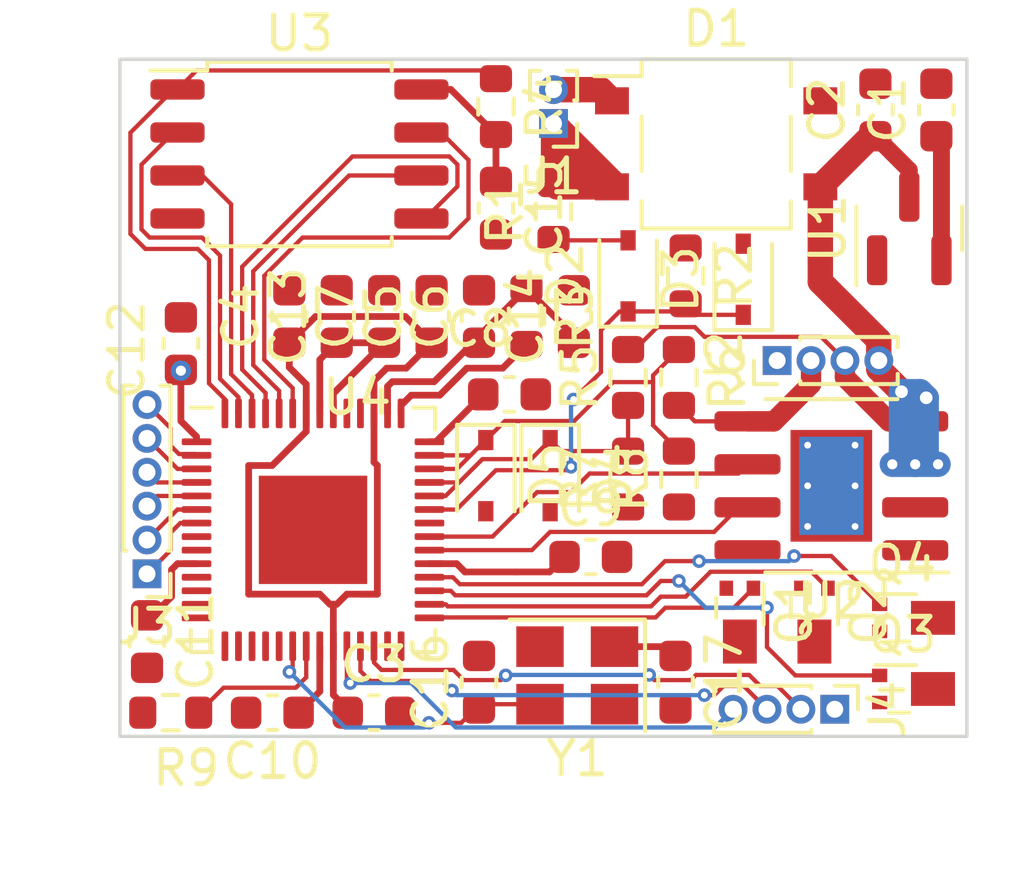
<source format=kicad_pcb>
(kicad_pcb (version 20211014) (generator pcbnew)
  (layers (0 "F.Cu" signal) (31 "B.Cu" signal) (34 "B.Paste" user) (35 "F.Paste" user) (36 "B.SilkS" user "B.Silkscreen") (37 "F.SilkS" user "F.Silkscreen") (38 "B.Mask" user) (39 "F.Mask" user) (44 "Edge.Cuts" user))
  (net 0 "")
  (net 1 "+3V3")
  (net 2 "+12V")
  (net 3 "+1V1")
  (net 4 "GND")
  (net 5 "Net-(C16-Pad1)")
  (net 6 "Net-(C17-Pad1)")
  (net 7 "Net-(D1-Pad1)")
  (net 8 "Net-(D1-Pad2)")
  (net 9 "/GPIO24")
  (net 10 "Net-(D2-Pad2)")
  (net 11 "/ADC_EMF_A")
  (net 12 "/ADC_EMF_B")
  (net 13 "Net-(C14-Pad1)")
  (net 14 "/GPIO18")
  (net 15 "Net-(R4-Pad1)")
  (net 16 "/MOTOR_OUT_B")
  (net 17 "/MOTOR_OUT_A")
  (net 18 "Net-(R9-Pad1)")
  (net 19 "/GPIO22")
  (net 20 "/GPIO23")
  (net 22 "Net-(U3-Pad2)")
  (net 23 "Net-(U3-Pad3)")
  (net 24 "Net-(U3-Pad5)")
  (net 25 "Net-(U3-Pad6)")
  (net 26 "Net-(U3-Pad7)")
  (net 33 "Net-(J4-Pad2)")
  (net 37 "/GPIO19")
  (net 38 "/GPIO20")
  (net 39 "/GPIO21")
  (net 40 "Net-(J4-Pad3)")
  (net 50 "Net-(J3-Pad1)")
  (net 51 "Net-(J3-Pad2)")
  (net 52 "Net-(J3-Pad3)")
  (net 53 "Net-(J3-Pad4)")
  (net 54 "Net-(J3-Pad5)")
  (net 55 "Net-(J3-Pad6)")
  (net 56 "Net-(J4-Pad4)")
  (footprint "Connector_PinHeader_1.00mm:PinHeader_1x04_P1.00mm_Vertical" (layer "F.Cu") (at 158.6 109.2 -90)
    (fp_text reference "J4")
    (fp_text value "DEBUG_CONN")
  )
  (footprint "Crystal:Crystal_SMD_3225-4Pin_3.2x2.5mm" (layer "F.Cu") (at 151 108.2 180)
    (fp_text reference "Y1")
    (fp_text value "X322512MSB4SI")
  )
  (footprint "Resistor_SMD:R_0603_1608Metric" (layer "F.Cu") (at 152.5 102.4 90)
    (fp_text reference "R7")
    (fp_text value "10k")
  )
  (footprint "Package_SO:SOIC-8_5.23x5.23mm_P1.27mm" (layer "F.Cu") (at 142.8 92.8)
    (fp_text reference "U3")
    (fp_text value "W25Q64JVSSIQ")
  )
  (footprint "Capacitor_SMD:C_0603_1608Metric" (layer "F.Cu") (at 153.9 108.4 -90)
    (fp_text reference "C17")
    (fp_text value "33p")
  )
  (footprint "Resistor_SMD:R_0603_1608Metric" (layer "F.Cu") (at 154 102.4 90)
    (fp_text reference "R8")
    (fp_text value "10k")
  )
  (footprint "Capacitor_SMD:C_0603_1608Metric" (layer "F.Cu") (at 139.3 98.4 90)
    (fp_text reference "C12")
    (fp_text value "100n")
  )
  (footprint "Resistor_SMD:R_0603_1608Metric" (layer "F.Cu") (at 150.3 94.5 90)
    (fp_text reference "R1")
    (fp_text value "10k")
  )
  (footprint "Diode_SMD:D_SOD-323" (layer "F.Cu") (at 155.9 96.5 90)
    (fp_text reference "D3")
    (fp_text value "BZT52C3V3S")
  )
  (footprint "Capacitor_SMD:C_0603_1608Metric" (layer "F.Cu") (at 148.6 94.4 -90)
    (fp_text reference "C15")
    (fp_text value "100n")
  )
  (footprint "Capacitor_SMD:C_0603_1608Metric" (layer "F.Cu") (at 138.3 107.2 -90)
    (fp_text reference "C11")
    (fp_text value "100n")
  )
  (footprint "Diode_SMD:D_SOD-323" (layer "F.Cu") (at 148.3 102.3 -90)
    (fp_text reference "D5")
    (fp_text value "BZT52C3V3S")
  )
  (footprint "Capacitor_SMD:C_0603_1608Metric" (layer "F.Cu") (at 145 109.3)
    (fp_text reference "C3")
    (fp_text value "100n")
  )
  (footprint "Capacitor_SMD:C_0603_1608Metric" (layer "F.Cu") (at 149 99.9)
    (fp_text reference "C8")
    (fp_text value "100n")
  )
  (footprint "RP2040-Decoder_Additional_Footprints:SOT-723-Extended_Pad" (layer "F.Cu") (at 160.5 108.6)
    (fp_text reference "Q3")
    (fp_text value "WNM2030")
  )
  (footprint "Diode_SMD:D_SOD-323" (layer "F.Cu") (at 150.2 102.3 -90)
    (fp_text reference "D4")
    (fp_text value "BZT52C3V3S")
  )
  (footprint "Package_TO_SOT_SMD:SOT-23" (layer "F.Cu") (at 160.8 95 90)
    (fp_text reference "U1")
    (fp_text value "PJ75AL33SA")
  )
  (footprint "Resistor_SMD:R_0603_1608Metric" (layer "F.Cu") (at 154 99.4 -90)
    (fp_text reference "R6")
    (fp_text value "10k")
  )
  (footprint "Package_TO_SOT_SMD:TO-269AA" (layer "F.Cu") (at 155.1 92.5)
    (fp_text reference "D1")
    (fp_text value "KMB24F")
  )
  (footprint "Capacitor_SMD:C_0603_1608Metric" (layer "F.Cu") (at 143.9 97.6 90)
    (fp_text reference "C13")
    (fp_text value "100n")
  )
  (footprint "Capacitor_SMD:C_0603_1608Metric" (layer "F.Cu") (at 142 109.3 180)
    (fp_text reference "C10")
    (fp_text value "100n")
  )
  (footprint "Capacitor_SMD:C_0603_1608Metric" (layer "F.Cu") (at 148.1 108.4 90)
    (fp_text reference "C16")
    (fp_text value "33p")
  )
  (footprint "Connector_PinHeader_1.00mm:PinHeader_1x02_P1.00mm_Vertical" (layer "F.Cu") (at 150.3 91.9 180)
    (fp_text reference "J1")
    (fp_text value "DCC_IN")
  )
  (footprint "Connector_PinHeader_1.00mm:PinHeader_1x04_P1.00mm_Vertical" (layer "F.Cu") (at 156.9 98.9 90)
    (fp_text reference "J2")
    (fp_text value "MOTOR_CONN")
  )
  (footprint "Diode_SMD:D_SOD-323" (layer "F.Cu") (at 152.5 96.4 90)
    (fp_text reference "D2")
    (fp_text value "1N4148WS")
  )
  (footprint "Resistor_SMD:R_0603_1608Metric" (layer "F.Cu") (at 154.2 96.4 -90)
    (fp_text reference "R2")
    (fp_text value "47k")
  )
  (footprint "Capacitor_SMD:C_0603_1608Metric" (layer "F.Cu") (at 146.7 97.6 90)
    (fp_text reference "C5")
    (fp_text value "2u2")
  )
  (footprint "RP2040-Decoder_Additional_Footprints:SOT-723-Extended_Pad" (layer "F.Cu") (at 158 106.2 -90)
    (fp_text reference "Q2")
    (fp_text value "WNM2030")
  )
  (footprint "Capacitor_SMD:C_0603_1608Metric" (layer "F.Cu") (at 151.4 104.7)
    (fp_text reference "C9")
    (fp_text value "100n")
  )
  (footprint "Resistor_SMD:R_0603_1608Metric" (layer "F.Cu") (at 152.5 99.4 90)
    (fp_text reference "R5")
    (fp_text value "10k")
  )
  (footprint "RP2040-Decoder_Additional_Footprints:SOT-723-Extended_Pad" (layer "F.Cu") (at 160.5 106.5)
    (fp_text reference "Q4")
    (fp_text value "WNM2030")
  )
  (footprint "Resistor_SMD:R_0603_1608Metric" (layer "F.Cu") (at 148.6 91.4 -90)
    (fp_text reference "R4")
    (fp_text value "DNF")
  )
  (footprint "Capacitor_SMD:C_0603_1608Metric" (layer "F.Cu") (at 142.5 97.6 90)
    (fp_text reference "C4")
    (fp_text value "100n")
  )
  (footprint "Capacitor_SMD:C_0603_1608Metric" (layer "F.Cu") (at 159.8 91.5 90)
    (fp_text reference "C2")
    (fp_text value "10u")
  )
  (footprint "RP2040-Decoder_Additional_Footprints:SOT-723-Extended_Pad" (layer "F.Cu") (at 155.8 106.2 -90)
    (fp_text reference "Q1")
    (fp_text value "WNM2030")
  )
  (footprint "Capacitor_SMD:C_0603_1608Metric" (layer "F.Cu") (at 150.9 97.6 90)
    (fp_text reference "C14")
    (fp_text value "2u2")
  )
  (footprint "Capacitor_SMD:C_0603_1608Metric" (layer "F.Cu") (at 161.6 91.5 90)
    (fp_text reference "C1")
    (fp_text value "10u")
  )
  (footprint "Resistor_SMD:R_0603_1608Metric" (layer "F.Cu") (at 139 109.3 180)
    (fp_text reference "R9")
    (fp_text value "1k")
  )
  (footprint "Capacitor_SMD:C_0603_1608Metric" (layer "F.Cu") (at 145.3 97.6 90)
    (fp_text reference "C7")
    (fp_text value "100n")
  )
  (footprint "Resistor_SMD:R_0603_1608Metric" (layer "F.Cu") (at 149.5 97.6 -90)
    (fp_text reference "R3")
    (fp_text value "200")
  )
  (footprint "Package_SO:SOIC-8-1EP_3.9x4.9mm_P1.27mm_EP2.41x3.3mm_ThermalVias" (layer "F.Cu") (at 158.5 102.6 180)
    (fp_text reference "U2")
    (fp_text value "BDR6133")
  )
  (footprint "RP2040-Decoder_Additional_Footprints:QFN-56-1EP_7x7mm_P0.4mm_EP3.2x3.2mm" (layer "F.Cu") (at 143.2 103.9)
    (fp_text reference "U4")
    (fp_text value "RP2040")
  )
  (footprint "Capacitor_SMD:C_0603_1608Metric" (layer "F.Cu") (at 148.1 97.6 90)
    (fp_text reference "C6")
    (fp_text value "2u2")
  )
  (footprint "Connector_PinHeader_1.00mm:PinHeader_1x06_P1.00mm_Vertical" (layer "F.Cu") (at 138.3 105.2 180)
    (fp_text reference "J3")
    (fp_text value "GPIO_CONN")
  )
  (gr_rect (start 137.5 90) (end 162.5 110) (layer "Edge.Cuts") (width 0.1) (fill none))
  (segment (start 148.1 98.375) (end 148.1 98.175) (width 0.2) (layer "F.Cu") (net 1))
  (segment (start 147.27 90.895) (end 146.4 90.895) (width 0.2) (layer "F.Cu") (net 1))
  (segment (start 147.620604 105.079395) (end 147.441209 104.9) (width 0.2) (layer "F.Cu") (net 1))
  (segment (start 149.2 105.144409) (end 147.685618 105.144409) (width 0.2) (layer "F.Cu") (net 1))
  (segment (start 143.4 107.3375) (end 143.4 108.675) (width 0.2) (layer "F.Cu") (net 1))
  (segment (start 143.8875 98.3875) (end 143.4 98.875) (width 0.2) (layer "F.Cu") (net 1))
  (segment (start 150.625 104.7) (end 150.180591 105.144409) (width 0.2) (layer "F.Cu") (net 1))
  (segment (start 150.9 98.175) (end 149.5 96.775) (width 0.2) (layer "F.Cu") (net 1))
  (segment (start 139.02548 105.07452) (end 139.2 104.9) (width 0.2) (layer "F.Cu") (net 1))
  (segment (start 146.77596 99.52404) (end 147.925 98.375) (width 0.2) (layer "F.Cu") (net 1))
  (segment (start 139.2 104.9) (end 139.7625 104.9) (width 0.2) (layer "F.Cu") (net 1))
  (segment (start 145.4 99.665006) (end 145.540966 99.52404) (width 0.2) (layer "F.Cu") (net 1))
  (segment (start 148.1 98.175) (end 149.5 96.775) (width 0.2) (layer "F.Cu") (net 1))
  (segment (start 161.75 92.425) (end 161.6 92.275) (width 0.5) (layer "F.Cu") (net 1))
  (segment (start 139.3 99.2) (end 139.3 99.175) (width 0.2) (layer "F.Cu") (net 1))
  (segment (start 139.3 100.686612) (end 139.7625 101.149112) (width 0.2) (layer "F.Cu") (net 1))
  (segment (start 147.925 98.375) (end 148.1 98.375) (width 0.2) (layer "F.Cu") (net 1))
  (segment (start 148.6 93.625) (end 148.6 92.225) (width 0.2) (layer "F.Cu") (net 1))
  (segment (start 145.3 98.375) (end 143.9 98.375) (width 0.2) (layer "F.Cu") (net 1))
  (segment (start 139.3 99.2) (end 139.3 100.686612) (width 0.2) (layer "F.Cu") (net 1))
  (segment (start 143.4 108.675) (end 142.775 109.3) (width 0.2) (layer "F.Cu") (net 1))
  (segment (start 145.4 100.4625) (end 145.4 99.665006) (width 0.2) (layer "F.Cu") (net 1))
  (segment (start 146.825 101.3) (end 148.125 100) (width 0.2) (layer "F.Cu") (net 1))
  (segment (start 143.9 98.375) (end 143.8875 98.3875) (width 0.2) (layer "F.Cu") (net 1))
  (segment (start 147.441209 104.9) (end 146.6375 104.9) (width 0.2) (layer "F.Cu") (net 1))
  (segment (start 143.8 99.875) (end 143.8 100.4625) (width 0.2) (layer "F.Cu") (net 1))
  (segment (start 150.180591 105.144409) (end 149.2 105.144409) (width 0.2) (layer "F.Cu") (net 1))
  (segment (start 150.9 98.375) (end 150.9 98.175) (width 0.2) (layer "F.Cu") (net 1))
  (segment (start 148.6 92.225) (end 147.27 90.895) (width 0.2) (layer "F.Cu") (net 1))
  (segment (start 138.3 106.325) (end 138.575 106.325) (width 0.2) (layer "F.Cu") (net 1))
  (segment (start 145.3 98.375) (end 143.8 99.875) (width 0.2) (layer "F.Cu") (net 1))
  (segment (start 147.685618 105.144409) (end 147.620604 105.079395) (width 0.2) (layer "F.Cu") (net 1))
  (segment (start 138.575 106.325) (end 139.02548 105.87452) (width 0.2) (layer "F.Cu") (net 1))
  (segment (start 145.540966 99.52404) (end 146.77596 99.52404) (width 0.2) (layer "F.Cu") (net 1))
  (segment (start 139.7625 101.149112) (end 139.7625 101.3) (width 0.2) (layer "F.Cu") (net 1))
  (segment (start 161.75 95.9375) (end 161.75 92.425) (width 0.5) (layer "F.Cu") (net 1))
  (segment (start 139.02548 105.87452) (end 139.02548 105.07452) (width 0.2) (layer "F.Cu") (net 1))
  (segment (start 146.6375 101.3) (end 146.825 101.3) (width 0.2) (layer "F.Cu") (net 1))
  (segment (start 143.4 98.875) (end 143.4 100.4625) (width 0.2) (layer "F.Cu") (net 1))
  (via (at 139.3 99.2) (size 0.6) (drill 0.3) (layers "F.Cu" "B.Cu") (net 1))
  (segment (start 160.8 93.275) (end 159.8 92.275) (width 0.5) (layer "F.Cu") (net 2))
  (segment (start 159.67 92.275) (end 158.175 93.77) (width 0.75) (layer "F.Cu") (net 2))
  (segment (start 159.9 98.9) (end 159.9 98.29896) (width 0.75) (layer "F.Cu") (net 2))
  (segment (start 158.175 96.57396) (end 158.175 93.77) (width 0.75) (layer "F.Cu") (net 2))
  (segment (start 159.9 98.29896) (end 158.175 96.57396) (width 0.75) (layer "F.Cu") (net 2))
  (segment (start 160.8 94.0625) (end 160.8 93.275) (width 0.5) (layer "F.Cu") (net 2))
  (segment (start 159.9 99.149865) (end 160.570635 99.8205) (width 0.75) (layer "F.Cu") (net 2))
  (segment (start 159.8 92.275) (end 159.67 92.275) (width 0.75) (layer "F.Cu") (net 2))
  (segment (start 159.9 98.9) (end 159.9 99.149865) (width 0.75) (layer "F.Cu") (net 2))
  (via (at 160.570635 99.8205) (size 0.75) (drill 0.375) (layers "F.Cu" "B.Cu") (net 2))
  (via (at 161.65 101.965) (size 0.6) (drill 0.3) (layers "F.Cu" "B.Cu") (net 2))
  (via (at 160.3 101.965) (size 0.6) (drill 0.3) (layers "F.Cu" "B.Cu") (net 2))
  (via (at 160.975 101.965) (size 0.6) (drill 0.3) (layers "F.Cu" "B.Cu") (net 2))
  (via (at 161.3 100) (size 0.75) (drill 0.375) (layers "F.Cu" "B.Cu") (net 2))
  (segment (start 160.975 101.965) (end 160.3 101.965) (width 0.75) (layer "B.Cu") (net 2))
  (segment (start 161.1205 99.8205) (end 161.3 100) (width 0.75) (layer "B.Cu") (net 2))
  (segment (start 160.570635 99.8205) (end 160.570635 101.560635) (width 0.75) (layer "B.Cu") (net 2))
  (segment (start 160.570635 99.8205) (end 161.1205 99.8205) (width 0.75) (layer "B.Cu") (net 2))
  (segment (start 160.975 101.965) (end 161.65 101.965) (width 0.75) (layer "B.Cu") (net 2))
  (segment (start 161.3 101.64) (end 160.975 101.965) (width 0.75) (layer "B.Cu") (net 2))
  (segment (start 160.570635 101.560635) (end 160.975 101.965) (width 0.75) (layer "B.Cu") (net 2))
  (segment (start 161.3 100) (end 161.3 101.64) (width 0.75) (layer "B.Cu") (net 2))
  (segment (start 143.8 106.099511) (end 143.8 107.3375) (width 0.2) (layer "F.Cu") (net 3))
  (segment (start 142.5 98.375) (end 142.5 99.101776) (width 0.2) (layer "F.Cu") (net 3))
  (segment (start 143.699511 106.099511) (end 143.8 106.099511) (width 0.2) (layer "F.Cu") (net 3))
  (segment (start 143 100.4625) (end 143 100.994295) (width 0.2) (layer "F.Cu") (net 3))
  (segment (start 145.099511 105.799511) (end 144.200244 105.799511) (width 0.2) (layer "F.Cu") (net 3))
  (segment (start 144.225 109.2) (end 143.8 108.775) (width 0.2) (layer "F.Cu") (net 3))
  (segment (start 145 100.4625) (end 145 101.900978) (width 0.2) (layer "F.Cu") (net 3))
  (segment (start 145 99.5) (end 145.37548 99.12452) (width 0.2) (layer "F.Cu") (net 3))
  (segment (start 141.993806 102.000489) (end 141.300489 102.000489) (width 0.2) (layer "F.Cu") (net 3))
  (segment (start 145 100.4625) (end 145 99.5) (width 0.2) (layer "F.Cu") (net 3))
  (segment (start 145.099511 102.000489) (end 145.099511 105.799511) (width 0.2) (layer "F.Cu") (net 3))
  (segment (start 143 99.601776) (end 143 100.4625) (width 0.2) (layer "F.Cu") (net 3))
  (segment (start 143.399511 105.799511) (end 143.699511 106.099511) (width 0.2) (layer "F.Cu") (net 3))
  (segment (start 145.95048 99.12452) (end 146.7 98.375) (width 0.2) (layer "F.Cu") (net 3))
  (segment (start 143.900244 106.099511) (end 143.8 106.099511) (width 0.2) (layer "F.Cu") (net 3))
  (segment (start 143 100.994295) (end 141.993806 102.000489) (width 0.2) (layer "F.Cu") (net 3))
  (segment (start 145.925 97.6) (end 143.275 97.6) (width 0.2) (layer "F.Cu") (net 3))
  (segment (start 142.5 99.101776) (end 143 99.601776) (width 0.2) (layer "F.Cu") (net 3))
  (segment (start 141.300489 105.799511) (end 143.399511 105.799511) (width 0.2) (layer "F.Cu") (net 3))
  (segment (start 145 101.900978) (end 145.099511 102.000489) (width 0.2) (layer "F.Cu") (net 3))
  (segment (start 141.300489 102.000489) (end 141.300489 105.799511) (width 0.2) (layer "F.Cu") (net 3))
  (segment (start 143.275 97.6) (end 142.5 98.375) (width 0.2) (layer "F.Cu") (net 3))
  (segment (start 145.37548 99.12452) (end 145.95048 99.12452) (width 0.2) (layer "F.Cu") (net 3))
  (segment (start 146.7 98.375) (end 145.925 97.6) (width 0.2) (layer "F.Cu") (net 3))
  (segment (start 144.200244 105.799511) (end 143.900244 106.099511) (width 0.2) (layer "F.Cu") (net 3))
  (segment (start 143.8 108.775) (end 143.8 107.3375) (width 0.2) (layer "F.Cu") (net 3))
  (segment (start 145.099511 105.799511) (end 144.600489 105.799511) (width 0.2) (layer "F.Cu") (net 3))
  (segment (start 142.4625 103.2) (end 141.859836 103.2) (width 0.127) (layer "F.Cu") (net 4))
  (segment (start 142.4625 102.8) (end 141.798067 102.8) (width 0.127) (layer "F.Cu") (net 4))
  (segment (start 142.4625 102.4) (end 141.736297 102.4) (width 0.127) (layer "F.Cu") (net 4))
  (segment (start 148.275 109.2) (end 148.4 109.075) (width 0.127) (layer "F.Cu") (net 5))
  (segment (start 147.5745 109.6005) (end 148.1 109.075) (width 0.127) (layer "F.Cu") (net 5))
  (segment (start 146.622455 109.6005) (end 147.5745 109.6005) (width 0.127) (layer "F.Cu") (net 5))
  (segment (start 142.6 107.3375) (end 142.6 107.999714) (width 0.127) (layer "F.Cu") (net 5))
  (segment (start 148.1 109.075) (end 148.125 109.05) (width 0.127) (layer "F.Cu") (net 5))
  (segment (start 148.125 109.05) (end 149.9 109.05) (width 0.127) (layer "F.Cu") (net 5))
  (segment (start 142.6 107.999714) (end 142.503548 108.096166) (width 0.127) (layer "F.Cu") (net 5))
  (via (at 146.622455 109.6005) (size 0.4) (drill 0.2) (layers "F.Cu" "B.Cu") (net 5))
  (via (at 142.503548 108.096166) (size 0.4) (drill 0.2) (layers "F.Cu" "B.Cu") (net 5))
  (segment (start 146.485975 109.73698) (end 146.622455 109.6005) (width 0.127) (layer "B.Cu") (net 5))
  (segment (start 144.144362 109.73698) (end 146.485975 109.73698) (width 0.127) (layer "B.Cu") (net 5))
  (segment (start 142.503548 108.096166) (end 144.144362 109.73698) (width 0.127) (layer "B.Cu") (net 5))
  (segment (start 153.825 107.35) (end 153.9 107.425) (width 0.2) (layer "F.Cu") (net 6))
  (segment (start 152.1 107.35) (end 153.825 107.35) (width 0.2) (layer "F.Cu") (net 6))
  (segment (start 150.3 90.9) (end 151.695 90.9) (width 0.75) (layer "F.Cu") (net 7))
  (segment (start 151.695 90.9) (end 152.025 91.23) (width 0.75) (layer "F.Cu") (net 7))
  (segment (start 150.3 91.9) (end 150.3 93.675) (width 0.75) (layer "F.Cu") (net 8))
  (segment (start 151.57 93.77) (end 150.9 93.1) (width 0.75) (layer "F.Cu") (net 8))
  (segment (start 152.025 93.77) (end 151.57 93.77) (width 0.75) (layer "F.Cu") (net 8))
  (segment (start 152.025 93.625) (end 151.2 92.8) (width 0.75) (layer "F.Cu") (net 8))
  (segment (start 152.025 93.77) (end 150.395 93.77) (width 0.75) (layer "F.Cu") (net 8))
  (segment (start 150.3 93.675) (end 150.325 93.675) (width 0.75) (layer "F.Cu") (net 8))
  (segment (start 152.025 93.77) (end 152.025 93.625) (width 0.75) (layer "F.Cu") (net 8))
  (segment (start 151.2 92.8) (end 150.3 91.9) (width 0.75) (layer "F.Cu") (net 8))
  (segment (start 150.325 93.675) (end 150.9 93.1) (width 0.75) (layer "F.Cu") (net 8))
  (segment (start 150.395 93.77) (end 150.3 93.675) (width 0.75) (layer "F.Cu") (net 8))
  (segment (start 150.9 93.1) (end 151.2 92.8) (width 0.75) (layer "F.Cu") (net 8))
  (segment (start 152.25 97.45) (end 152.5 97.45) (width 0.127) (layer "F.Cu") (net 9))
  (segment (start 152.5 97.45) (end 153.975 97.45) (width 0.127) (layer "F.Cu") (net 9))
  (segment (start 153.975 97.45) (end 154.2 97.225) (width 0.127) (layer "F.Cu") (net 9))
  (segment (start 151.7 98) (end 152.25 97.45) (width 0.127) (layer "F.Cu") (net 9))
  (segment (start 146.6375 103.3) (end 147.439531 103.3) (width 0.127) (layer "F.Cu") (net 9))
  (segment (start 151.7 99.240409) (end 151.7 98) (width 0.127) (layer "F.Cu") (net 9))
  (segment (start 150.890639 100.04977) (end 151.7 99.240409) (width 0.127) (layer "F.Cu") (net 9))
  (segment (start 154.525 97.55) (end 154.2 97.225) (width 0.127) (layer "F.Cu") (net 9))
  (segment (start 150.713714 102.139531) (end 150.815245 102.038) (width 0.127) (layer "F.Cu") (net 9))
  (segment (start 147.439531 103.3) (end 148.6 102.139531) (width 0.127) (layer "F.Cu") (net 9))
  (segment (start 148.6 102.139531) (end 150.713714 102.139531) (width 0.127) (layer "F.Cu") (net 9))
  (segment (start 155.9 97.55) (end 154.525 97.55) (width 0.127) (layer "F.Cu") (net 9))
  (via (at 150.890639 100.04977) (size 0.4) (drill 0.2) (layers "F.Cu" "B.Cu") (net 9))
  (via (at 150.815245 102.038) (size 0.4) (drill 0.2) (layers "F.Cu" "B.Cu") (net 9))
  (segment (start 150.815245 102.038) (end 150.815245 100.125164) (width 0.127) (layer "B.Cu") (net 9))
  (segment (start 150.815245 100.125164) (end 150.890639 100.04977) (width 0.127) (layer "B.Cu") (net 9))
  (segment (start 150.325 95.35) (end 150.3 95.325) (width 0.127) (layer "F.Cu") (net 10))
  (segment (start 152.5 95.35) (end 150.325 95.35) (width 0.127) (layer "F.Cu") (net 10))
  (segment (start 148.198759 101.813011) (end 149.636989 101.813011) (width 0.127) (layer "F.Cu") (net 11))
  (segment (start 152.5 101.575) (end 152.5 100.225) (width 0.127) (layer "F.Cu") (net 11))
  (segment (start 146.6375 102.5) (end 147.51177 102.5) (width 0.127) (layer "F.Cu") (net 11))
  (segment (start 146.6375 102.9) (end 147.11177 102.9) (width 0.127) (layer "F.Cu") (net 11))
  (segment (start 147.11177 102.9) (end 147.51177 102.5) (width 0.127) (layer "F.Cu") (net 11))
  (segment (start 147.51177 102.5) (end 148.198759 101.813011) (width 0.127) (layer "F.Cu") (net 11))
  (segment (start 150.525 101.575) (end 152.5 101.575) (width 0.127) (layer "F.Cu") (net 11))
  (segment (start 150.2 101.25) (end 150.525 101.575) (width 0.127) (layer "F.Cu") (net 11))
  (segment (start 149.636989 101.813011) (end 150.2 101.25) (width 0.127) (layer "F.Cu") (net 11))
  (segment (start 154 98.575) (end 153.23802 99.33698) (width 0.127) (layer "F.Cu") (net 12))
  (segment (start 153.23802 100.81302) (end 154 101.575) (width 0.127) (layer "F.Cu") (net 12))
  (segment (start 147.85 101.7) (end 148.3 101.25) (width 0.127) (layer "F.Cu") (net 12))
  (segment (start 146.6375 101.7) (end 147.85 101.7) (width 0.127) (layer "F.Cu") (net 12))
  (segment (start 150.908202 100.686989) (end 148.863011 100.686989) (width 0.127) (layer "F.Cu") (net 12))
  (segment (start 148.863011 100.686989) (end 148.3 101.25) (width 0.127) (layer "F.Cu") (net 12))
  (segment (start 152.057171 99.53802) (end 150.908202 100.686989) (width 0.127) (layer "F.Cu") (net 12))
  (segment (start 153.23802 99.53802) (end 153.23802 100.81302) (width 0.127) (layer "F.Cu") (net 12))
  (segment (start 147.45 102.1) (end 147.85 101.7) (width 0.127) (layer "F.Cu") (net 12))
  (segment (start 153.23802 99.53802) (end 152.057171 99.53802) (width 0.127) (layer "F.Cu") (net 12))
  (segment (start 153.23802 99.33698) (end 153.23802 99.53802) (width 0.127) (layer "F.Cu") (net 12))
  (segment (start 146.6375 102.1) (end 147.45 102.1) (width 0.127) (layer "F.Cu") (net 12))
  (segment (start 145.8 100.22356) (end 145.8 100.4625) (width 0.2) (layer "F.Cu") (net 13))
  (segment (start 146.941446 99.92356) (end 146.1 99.92356) (width 0.2) (layer "F.Cu") (net 13))
  (segment (start 149.5 98.425) (end 148.80048 99.12452) (width 0.2) (layer "F.Cu") (net 13))
  (segment (start 148.80048 99.12452) (end 147.740486 99.12452) (width 0.2) (layer "F.Cu") (net 13))
  (segment (start 146.1 99.92356) (end 145.8 100.22356) (width 0.2) (layer "F.Cu") (net 13))
  (segment (start 147.740486 99.12452) (end 146.941446 99.92356) (width 0.2) (layer "F.Cu") (net 13))
  (segment (start 156.2 105.625) (end 155.625 106.2) (width 0.127) (layer "F.Cu") (net 14))
  (segment (start 155.625 106.2) (end 153.6 106.2) (width 0.127) (layer "F.Cu") (net 14))
  (segment (start 153.6 106.2) (end 153.313011 106.486989) (width 0.127) (layer "F.Cu") (net 14))
  (segment (start 153.313011 106.486989) (end 146.650511 106.486989) (width 0.127) (layer "F.Cu") (net 14))
  (segment (start 146.650511 106.486989) (end 146.6375 106.5) (width 0.127) (layer "F.Cu") (net 14))
  (segment (start 139.76302 90.33198) (end 139.2 90.895) (width 0.127) (layer "F.Cu") (net 15))
  (segment (start 137.81046 95.161328) (end 138.252067 95.602935) (width 0.127) (layer "F.Cu") (net 15))
  (segment (start 138.252067 95.602935) (end 139.797065 95.602935) (width 0.127) (layer "F.Cu") (net 15))
  (segment (start 137.81046 92.170442) (end 137.81046 95.161328) (width 0.127) (layer "F.Cu") (net 15))
  (segment (start 140.12938 95.93525) (end 140.12938 99.573471) (width 0.127) (layer "F.Cu") (net 15))
  (segment (start 140.12938 99.573471) (end 140.6 100.044093) (width 0.127) (layer "F.Cu") (net 15))
  (segment (start 139.797065 95.602935) (end 140.12938 95.93525) (width 0.127) (layer "F.Cu") (net 15))
  (segment (start 139.2 90.895) (end 139.085902 90.895) (width 0.127) (layer "F.Cu") (net 15))
  (segment (start 139.7 90.895) (end 139.305 90.895) (width 0.127) (layer "F.Cu") (net 15))
  (segment (start 148.35698 90.33198) (end 139.76302 90.33198) (width 0.127) (layer "F.Cu") (net 15))
  (segment (start 148.6 90.575) (end 148.35698 90.33198) (width 0.127) (layer "F.Cu") (net 15))
  (segment (start 140.6 100.044093) (end 140.6 100.4625) (width 0.127) (layer "F.Cu") (net 15))
  (segment (start 139.085902 90.895) (end 137.81046 92.170442) (width 0.127) (layer "F.Cu") (net 15))
  (segment (start 156.805 100.695) (end 156.025 100.695) (width 0.6) (layer "F.Cu") (net 16))
  (segment (start 154.47 100.695) (end 156.025 100.695) (width 0.127) (layer "F.Cu") (net 16))
  (segment (start 157.9 99.6) (end 156.805 100.695) (width 0.6) (layer "F.Cu") (net 16))
  (segment (start 157.9 98.9) (end 157.9 99.6) (width 0.6) (layer "F.Cu") (net 16))
  (segment (start 154 100.225) (end 154.47 100.695) (width 0.127) (layer "F.Cu") (net 16))
  (segment (start 156.025 100.695) (end 156.40604 100.695) (width 0.127) (layer "F.Cu") (net 16))
  (segment (start 152.7 98.575) (end 153.36302 97.91198) (width 0.127) (layer "F.Cu") (net 17))
  (segment (start 158.9 98.9) (end 158.9 99.395489) (width 0.6) (layer "F.Cu") (net 17))
  (segment (start 154.754809 98.2) (end 158.2 98.2) (width 0.127) (layer "F.Cu") (net 17))
  (segment (start 158.2 98.2) (end 158.9 98.9) (width 0.127) (layer "F.Cu") (net 17))
  (segment (start 153.36302 97.91198) (end 154.466789 97.91198) (width 0.127) (layer "F.Cu") (net 17))
  (segment (start 158.9 99.395489) (end 160.199511 100.695) (width 0.6) (layer "F.Cu") (net 17))
  (segment (start 160.199511 100.695) (end 160.975 100.695) (width 0.6) (layer "F.Cu") (net 17))
  (segment (start 154.466789 97.91198) (end 154.754809 98.2) (width 0.127) (layer "F.Cu") (net 17))
  (segment (start 140.56302 108.56198) (end 139.825 109.3) (width 0.127) (layer "F.Cu") (net 18))
  (segment (start 143.03698 107.37448) (end 143 107.3375) (width 0.127) (layer "F.Cu") (net 18))
  (segment (start 143 108.254512) (end 142.692532 108.56198) (width 0.127) (layer "F.Cu") (net 18))
  (segment (start 142.692532 108.56198) (end 140.56302 108.56198) (width 0.127) (layer "F.Cu") (net 18))
  (segment (start 143 107.3375) (end 143 108.254512) (width 0.127) (layer "F.Cu") (net 18))
  (segment (start 155.03802 103.96198) (end 155.765 103.235) (width 0.127) (layer "F.Cu") (net 19))
  (segment (start 155.765 103.235) (end 156.025 103.235) (width 0.127) (layer "F.Cu") (net 19))
  (segment (start 149.659836 104.5) (end 150.197856 103.96198) (width 0.127) (layer "F.Cu") (net 19))
  (segment (start 146.6375 104.5) (end 149.659836 104.5) (width 0.127) (layer "F.Cu") (net 19))
  (segment (start 150.197856 103.96198) (end 155.03802 103.96198) (width 0.127) (layer "F.Cu") (net 19))
  (segment (start 150.813011 102.786989) (end 151.36198 102.23802) (width 0.127) (layer "F.Cu") (net 20))
  (segment (start 148.5 104.1) (end 146.6375 104.1) (width 0.127) (layer "F.Cu") (net 20))
  (segment (start 151.36198 102.23802) (end 155.75198 102.23802) (width 0.127) (layer "F.Cu") (net 20))
  (segment (start 155.75198 102.23802) (end 156.025 101.965) (width 0.127) (layer "F.Cu") (net 20))
  (segment (start 150.813011 102.786989) (end 149.813011 102.786989) (width 0.127) (layer "F.Cu") (net 20))
  (segment (start 149.813011 102.786989) (end 148.5 104.1) (width 0.127) (layer "F.Cu") (net 20))
  (segment (start 141 99.982324) (end 140.4559 99.438223) (width 0.127) (layer "F.Cu") (net 22))
  (segment (start 138.13698 93.113922) (end 139.085902 92.165) (width 0.127) (layer "F.Cu") (net 22))
  (segment (start 140.4559 95.8) (end 139.92392 95.26802) (width 0.127) (layer "F.Cu") (net 22))
  (segment (start 140.4559 99.438223) (end 140.4559 95.8) (width 0.127) (layer "F.Cu") (net 22))
  (segment (start 139.92392 95.26802) (end 138.378922 95.26802) (width 0.127) (layer "F.Cu") (net 22))
  (segment (start 138.13698 95.026078) (end 138.13698 93.113922) (width 0.127) (layer "F.Cu") (net 22))
  (segment (start 141 100.4625) (end 140.96302 100.42552) (width 0.127) (layer "F.Cu") (net 22))
  (segment (start 138.378922 95.26802) (end 138.13698 95.026078) (width 0.127) (layer "F.Cu") (net 22))
  (segment (start 139.585902 92.165) (end 139.7 92.165) (width 0.127) (layer "F.Cu") (net 22))
  (segment (start 139.085902 92.165) (end 139.2 92.165) (width 0.127) (layer "F.Cu") (net 22))
  (segment (start 141 100.4625) (end 141 99.982324) (width 0.127) (layer "F.Cu") (net 22))
  (segment (start 139.935 93.435) (end 139.2 93.435) (width 0.127) (layer "F.Cu") (net 23))
  (segment (start 139.7 93.435) (end 139.585902 93.435) (width 0.127) (layer "F.Cu") (net 23))
  (segment (start 141.4 99.920554) (end 141.289723 99.810277) (width 0.127) (layer "F.Cu") (net 23))
  (segment (start 140.78242 99.302974) (end 140.78242 94.28242) (width 0.127) (layer "F.Cu") (net 23))
  (segment (start 141.4 100.4625) (end 141.36302 100.42552) (width 0.127) (layer "F.Cu") (net 23))
  (segment (start 141.36302 99.883575) (end 141.289723 99.810277) (width 0.127) (layer "F.Cu") (net 23))
  (segment (start 140.78242 94.28242) (end 139.935 93.435) (width 0.127) (layer "F.Cu") (net 23))
  (segment (start 141.289723 99.810277) (end 140.78242 99.302974) (width 0.127) (layer "F.Cu") (net 23))
  (segment (start 141.4 100.4625) (end 141.4 99.920554) (width 0.127) (layer "F.Cu") (net 23))
  (segment (start 147.46302 93.113922) (end 147.46302 93.756078) (width 0.127) (layer "F.Cu") (net 24))
  (segment (start 146.514098 94.705) (end 146.4 94.705) (width 0.127) (layer "F.Cu") (net 24))
  (segment (start 147.221078 92.87198) (end 147.46302 93.113922) (width 0.127) (layer "F.Cu") (net 24))
  (segment (start 141.10894 96.127358) (end 144.364318 92.87198) (width 0.127) (layer "F.Cu") (net 24))
  (segment (start 141.10894 99.167725) (end 141.10894 96.127358) (width 0.127) (layer "F.Cu") (net 24))
  (segment (start 147.46302 93.756078) (end 146.514098 94.705) (width 0.127) (layer "F.Cu") (net 24))
  (segment (start 141.8 99.858785) (end 141.10894 99.167725) (width 0.127) (layer "F.Cu") (net 24))
  (segment (start 141.8 100.4625) (end 141.8 99.858785) (width 0.127) (layer "F.Cu") (net 24))
  (segment (start 144.364318 92.87198) (end 147.221078 92.87198) (width 0.127) (layer "F.Cu") (net 24))
  (segment (start 141.43546 96.262607) (end 144.263067 93.435) (width 0.127) (layer "F.Cu") (net 25))
  (segment (start 144.263067 93.435) (end 146.4 93.435) (width 0.127) (layer "F.Cu") (net 25))
  (segment (start 141.43546 99.032475) (end 141.43546 96.262607) (width 0.127) (layer "F.Cu") (net 25))
  (segment (start 142.2 100.4625) (end 142.2 99.797015) (width 0.127) (layer "F.Cu") (net 25))
  (segment (start 142.2 99.797015) (end 141.43546 99.032475) (width 0.127) (layer "F.Cu") (net 25))
  (segment (start 141.76198 96.397856) (end 142.891816 95.26802) (width 0.127) (layer "F.Cu") (net 26))
  (segment (start 147.78954 94.699558) (end 147.78954 92.978673) (width 0.127) (layer "F.Cu") (net 26))
  (segment (start 141.76198 98.877144) (end 141.76198 96.397856) (width 0.127) (layer "F.Cu") (net 26))
  (segment (start 146.975867 92.165) (end 146.4 92.165) (width 0.127) (layer "F.Cu") (net 26))
  (segment (start 142.6 100.4625) (end 142.6 99.715164) (width 0.127) (layer "F.Cu") (net 26))
  (segment (start 147.78954 92.978673) (end 146.975867 92.165) (width 0.127) (layer "F.Cu") (net 26))
  (segment (start 147.221078 95.26802) (end 147.78954 94.699558) (width 0.127) (layer "F.Cu") (net 26))
  (segment (start 142.891816 95.26802) (end 147.221078 95.26802) (width 0.127) (layer "F.Cu") (net 26))
  (segment (start 142.6 99.715164) (end 141.76198 98.877144) (width 0.127) (layer "F.Cu") (net 26))
  (segment (start 154.504695 108.185469) (end 156.07348 108.185469) (width 0.127) (layer "F.Cu") (net 33))
  (segment (start 147.347856 108.03802) (end 147.647856 108.33802) (width 0.127) (layer "F.Cu") (net 33))
  (segment (start 145.220343 108.03802) (end 147.347856 108.03802) (width 0.127) (layer "F.Cu") (net 33))
  (segment (start 153.12301 108.185085) (end 153.275945 108.33802) (width 0.127) (layer "F.Cu") (net 33))
  (segment (start 148.747083 108.33802) (end 148.886931 108.198172) (width 0.127) (layer "F.Cu") (net 33))
  (segment (start 154.352144 108.33802) (end 154.504695 108.185469) (width 0.127) (layer "F.Cu") (net 33))
  (segment (start 156.4 108.511989) (end 156.911989 108.511989) (width 0.127) (layer "F.Cu") (net 33))
  (segment (start 153.275945 108.33802) (end 154.352144 108.33802) (width 0.127) (layer "F.Cu") (net 33))
  (segment (start 145 107.817677) (end 145.220343 108.03802) (width 0.127) (layer "F.Cu") (net 33))
  (segment (start 145 107.3375) (end 145 107.817677) (width 0.127) (layer "F.Cu") (net 33))
  (segment (start 156.07348 108.185469) (end 156.4 108.511989) (width 0.127) (layer "F.Cu") (net 33))
  (segment (start 147.647856 108.33802) (end 148.747083 108.33802) (width 0.127) (layer "F.Cu") (net 33))
  (segment (start 156.911989 108.511989) (end 157.6 109.2) (width 0.127) (layer "F.Cu") (net 33))
  (via (at 153.12301 108.185085) (size 0.4) (drill 0.2) (layers "F.Cu" "B.Cu") (net 33))
  (via (at 148.886931 108.198172) (size 0.4) (drill 0.2) (layers "F.Cu" "B.Cu") (net 33))
  (segment (start 153.12301 108.185085) (end 148.900018 108.185085) (width 0.127) (layer "B.Cu") (net 33))
  (segment (start 148.900018 108.185085) (end 148.886931 108.198172) (width 0.127) (layer "B.Cu") (net 33))
  (segment (start 147.117677 106.1) (end 147.178146 106.160469) (width 0.127) (layer "F.Cu") (net 37))
  (segment (start 154.936989 105.136989) (end 157.911989 105.136989) (width 0.127) (layer "F.Cu") (net 37))
  (segment (start 146.6375 106.1) (end 147.117677 106.1) (width 0.127) (layer "F.Cu") (net 37))
  (segment (start 157.911989 105.136989) (end 158.4 105.625) (width 0.127) (layer "F.Cu") (net 37))
  (segment (start 147.178146 106.160469) (end 153.177761 106.160469) (width 0.127) (layer "F.Cu") (net 37))
  (segment (start 153.464751 105.87348) (end 154.200498 105.87348) (width 0.127) (layer "F.Cu") (net 37))
  (segment (start 154.200498 105.87348) (end 154.936989 105.136989) (width 0.127) (layer "F.Cu") (net 37))
  (segment (start 153.177761 106.160469) (end 153.464751 105.87348) (width 0.127) (layer "F.Cu") (net 37))
  (segment (start 159.925 108.2) (end 157.436989 108.2) (width 0.127) (layer "F.Cu") (net 38))
  (segment (start 147.266051 105.7) (end 147.4 105.833949) (width 0.127) (layer "F.Cu") (net 38))
  (segment (start 153.042514 105.833949) (end 153.465983 105.41048) (width 0.127) (layer "F.Cu") (net 38))
  (segment (start 156.6 107.363011) (end 156.6 106.2) (width 0.127) (layer "F.Cu") (net 38))
  (segment (start 147.4 105.833949) (end 153.042514 105.833949) (width 0.127) (layer "F.Cu") (net 38))
  (segment (start 146.6375 105.7) (end 147.266051 105.7) (width 0.127) (layer "F.Cu") (net 38))
  (segment (start 157.436989 108.2) (end 156.6 107.363011) (width 0.127) (layer "F.Cu") (net 38))
  (segment (start 153.465983 105.41048) (end 154 105.41048) (width 0.127) (layer "F.Cu") (net 38))
  (via (at 154 105.41048) (size 0.4) (drill 0.2) (layers "F.Cu" "B.Cu") (net 38))
  (via (at 156.6 106.2) (size 0.4) (drill 0.2) (layers "F.Cu" "B.Cu") (net 38))
  (segment (start 154.78952 106.2) (end 154 105.41048) (width 0.127) (layer "B.Cu") (net 38))
  (segment (start 156.6 106.2) (end 154.78952 106.2) (width 0.127) (layer "B.Cu") (net 38))
  (segment (start 159.925 106.1) (end 158.498989 104.673989) (width 0.127) (layer "F.Cu") (net 39))
  (segment (start 152.907265 105.507429) (end 147.53525 105.507429) (width 0.127) (layer "F.Cu") (net 39))
  (segment (start 146.6375 105.3) (end 146.653551 105.283949) (width 0.127) (layer "F.Cu") (net 39))
  (segment (start 153.58998 104.824713) (end 152.907265 105.507429) (width 0.127) (layer "F.Cu") (net 39))
  (segment (start 147.327821 105.3) (end 146.6375 105.3) (width 0.127) (layer "F.Cu") (net 39))
  (segment (start 147.53525 105.507429) (end 147.327821 105.3) (width 0.127) (layer "F.Cu") (net 39))
  (segment (start 158.498989 104.673989) (end 157.399172 104.673989) (width 0.127) (layer "F.Cu") (net 39))
  (segment (start 154.594483 104.824713) (end 153.58998 104.824713) (width 0.127) (layer "F.Cu") (net 39))
  (via (at 157.399172 104.673989) (size 0.4) (drill 0.2) (layers "F.Cu" "B.Cu") (net 39))
  (via (at 154.594483 104.824713) (size 0.4) (drill 0.2) (layers "F.Cu" "B.Cu") (net 39))
  (segment (start 157.248448 104.824713) (end 154.594483 104.824713) (width 0.127) (layer "B.Cu") (net 39))
  (segment (start 157.399172 104.673989) (end 157.248448 104.824713) (width 0.127) (layer "B.Cu") (net 39))
  (segment (start 147.019595 108.36454) (end 147.3015 108.646445) (width 0.127) (layer "F.Cu") (net 40))
  (segment (start 155.315015 108.511989) (end 155.911989 108.511989) (width 0.127) (layer "F.Cu") (net 40))
  (segment (start 144.893838 108.36454) (end 146.2 108.36454) (width 0.127) (layer "F.Cu") (net 40))
  (segment (start 154.751581 108.782364) (end 155.04464 108.782364) (width 0.127) (layer "F.Cu") (net 40))
  (segment (start 144.6 108.070702) (end 144.763011 108.233713) (width 0.127) (layer "F.Cu") (net 40))
  (segment (start 155.04464 108.782364) (end 155.315015 108.511989) (width 0.127) (layer "F.Cu") (net 40))
  (segment (start 144.763011 108.233713) (end 144.893838 108.36454) (width 0.127) (layer "F.Cu") (net 40))
  (segment (start 146.2 108.36454) (end 147.019595 108.36454) (width 0.127) (layer "F.Cu") (net 40))
  (segment (start 155.911989 108.511989) (end 156.6 109.2) (width 0.127) (layer "F.Cu") (net 40))
  (segment (start 144.6 107.3375) (end 144.6 108.070702) (width 0.127) (layer "F.Cu") (net 40))
  (via (at 154.751581 108.782364) (size 0.4) (drill 0.2) (layers "F.Cu" "B.Cu") (net 40))
  (via (at 147.3015 108.646445) (size 0.4) (drill 0.2) (layers "F.Cu" "B.Cu") (net 40))
  (segment (start 147.437419 108.782364) (end 154.751581 108.782364) (width 0.127) (layer "B.Cu") (net 40))
  (segment (start 147.3015 108.646445) (end 147.437419 108.782364) (width 0.127) (layer "B.Cu") (net 40))
  (segment (start 139 103.982323) (end 139 104.5) (width 0.127) (layer "F.Cu") (net 50))
  (segment (start 139.282323 103.7) (end 139 103.982323) (width 0.127) (layer "F.Cu") (net 50))
  (segment (start 139 104.5) (end 138.3 105.2) (width 0.127) (layer "F.Cu") (net 50))
  (segment (start 139.7625 103.7) (end 139.282323 103.7) (width 0.127) (layer "F.Cu") (net 50))
  (segment (start 139.7625 103.3) (end 139.2 103.3) (width 0.127) (layer "F.Cu") (net 51))
  (segment (start 139.2 103.3) (end 138.3 104.2) (width 0.127) (layer "F.Cu") (net 51))
  (segment (start 139.7625 102.9) (end 138.6 102.9) (width 0.127) (layer "F.Cu") (net 52))
  (segment (start 138.6 102.9) (end 138.3 103.2) (width 0.127) (layer "F.Cu") (net 52))
  (segment (start 138.5 102.9) (end 138.3 103.1) (width 0.127) (layer "F.Cu") (net 52))
  (segment (start 139.7625 102.5) (end 138.6 102.5) (width 0.127) (layer "F.Cu") (net 53))
  (segment (start 138.6 102.5) (end 138.3 102.2) (width 0.127) (layer "F.Cu") (net 53))
  (segment (start 139.7625 102.1) (end 139.2 102.1) (width 0.127) (layer "F.Cu") (net 54))
  (segment (start 139.2 102.1) (end 138.3 101.2) (width 0.127) (layer "F.Cu") (net 54))
  (segment (start 139.7625 101.7) (end 139.72552 101.66302) (width 0.127) (layer "F.Cu") (net 55))
  (segment (start 139 100.9) (end 138.3 100.2) (width 0.127) (layer "F.Cu") (net 55))
  (segment (start 139.245343 101.66302) (end 139 101.417677) (width 0.127) (layer "F.Cu") (net 55))
  (segment (start 139.72552 101.66302) (end 139.245343 101.66302) (width 0.127) (layer "F.Cu") (net 55))
  (segment (start 139 101.417677) (end 139 100.9) (width 0.127) (layer "F.Cu") (net 55))
  (segment (start 144.2 107.3375) (end 144.2 108.3255) (width 0.127) (layer "F.Cu") (net 56))
  (segment (start 144.2 108.3255) (end 144.3 108.4255) (width 0.127) (layer "F.Cu") (net 56))
  (via (at 144.3 108.4255) (size 0.4) (drill 0.2) (layers "F.Cu" "B.Cu") (net 56))
  (segment (start 155.06302 109.73698) (end 155.6 109.2) (width 0.127) (layer "B.Cu") (net 56))
  (segment (start 144.3 108.4255) (end 146.102253 108.4255) (width 0.127) (layer "B.Cu") (net 56))
  (segment (start 146.102253 108.4255) (end 147.413733 109.73698) (width 0.127) (layer "B.Cu") (net 56))
  (segment (start 147.413733 109.73698) (end 155.06302 109.73698) (width 0.127) (layer "B.Cu") (net 56))
)
</source>
